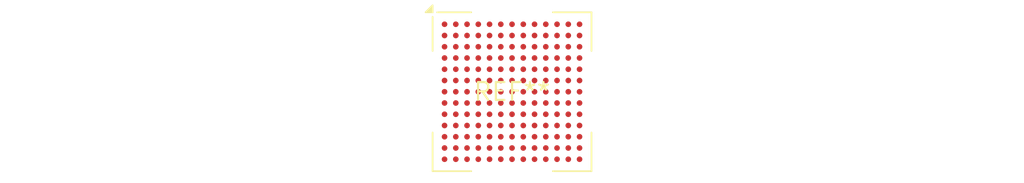
<source format=kicad_pcb>
(kicad_pcb (version 20240108) (generator pcbnew)
  (layers (0 "F.Cu" signal) (31 "B.Cu" signal) (34 "B.Paste" user) (35 "F.Paste" user) (36 "B.SilkS" user "B.Silkscreen") (37 "F.SilkS" user "F.Silkscreen") (38 "B.Mask" user) (39 "F.Mask" user) (44 "Edge.Cuts" user))
  (net 0 "")
  (footprint "BGA-169_11.0x11.0mm_Layout13x13_P0.8mm_Ball0.5mm_Pad0.4mm_NSMD" (layer "F.Cu") (at 0 0)
    (property "Reference" "REF**")
    (property "Value" "BGA-169_11.0x11.0mm_Layout13x13_P0.8mm_Ball0.5mm_Pad0.4mm_NSMD")
    (fp_line (start -5.65 -5.33) (end -5.65 -2.9) (layer "F.SilkS") (stroke (width 0.12)))
    (fp_line (start -5.65 5.65) (end -5.65 2.9) (layer "F.SilkS") (stroke (width 0.12)))
    (fp_line (start -2.9 -5.65) (end -5.33 -5.65) (layer "F.SilkS") (stroke (width 0.12)))
    (fp_line (start -2.9 5.65) (end -5.65 5.65) (layer "F.SilkS") (stroke (width 0.12)))
    (fp_line (start 2.9 -5.65) (end 5.65 -5.65) (layer "F.SilkS") (stroke (width 0.12)))
    (fp_line (start 2.9 5.65) (end 5.65 5.65) (layer "F.SilkS") (stroke (width 0.12)))
    (fp_line (start 5.65 -5.65) (end 5.65 -2.9) (layer "F.SilkS") (stroke (width 0.12)))
    (fp_line (start 5.65 5.65) (end 5.65 2.9) (layer "F.SilkS") (stroke (width 0.12)))
    (fp_poly (pts (xy -5.65 -5.65) (xy -6.15 -5.65) (xy -5.65 -6.15) (xy -5.65 -5.65)) (layer "F.SilkS") (stroke (width 0.12)) (fill solid))
    (pad "A1" smd circle (at -4.8 -4.8) (size 0.4 0.4) (property pad_prop_bga) (layers "F.Cu" "F.Paste" "F.Mask"))
    (pad "A2" smd circle (at -4 -4.8) (size 0.4 0.4) (property pad_prop_bga) (layers "F.Cu" "F.Paste" "F.Mask"))
    (pad "A3" smd circle (at -3.2 -4.8) (size 0.4 0.4) (property pad_prop_bga) (layers "F.Cu" "F.Paste" "F.Mask"))
    (pad "A4" smd circle (at -2.4 -4.8) (size 0.4 0.4) (property pad_prop_bga) (layers "F.Cu" "F.Paste" "F.Mask"))
    (pad "A5" smd circle (at -1.6 -4.8) (size 0.4 0.4) (property pad_prop_bga) (layers "F.Cu" "F.Paste" "F.Mask"))
    (pad "A6" smd circle (at -0.8 -4.8) (size 0.4 0.4) (property pad_prop_bga) (layers "F.Cu" "F.Paste" "F.Mask"))
    (pad "A7" smd circle (at 0 -4.8) (size 0.4 0.4) (property pad_prop_bga) (layers "F.Cu" "F.Paste" "F.Mask"))
    (pad "A8" smd circle (at 0.8 -4.8) (size 0.4 0.4) (property pad_prop_bga) (layers "F.Cu" "F.Paste" "F.Mask"))
    (pad "A9" smd circle (at 1.6 -4.8) (size 0.4 0.4) (property pad_prop_bga) (layers "F.Cu" "F.Paste" "F.Mask"))
    (pad "A10" smd circle (at 2.4 -4.8) (size 0.4 0.4) (property pad_prop_bga) (layers "F.Cu" "F.Paste" "F.Mask"))
    (pad "A11" smd circle (at 3.2 -4.8) (size 0.4 0.4) (property pad_prop_bga) (layers "F.Cu" "F.Paste" "F.Mask"))
    (pad "A12" smd circle (at 4 -4.8) (size 0.4 0.4) (property pad_prop_bga) (layers "F.Cu" "F.Paste" "F.Mask"))
    (pad "A13" smd circle (at 4.8 -4.8) (size 0.4 0.4) (property pad_prop_bga) (layers "F.Cu" "F.Paste" "F.Mask"))
    (pad "B1" smd circle (at -4.8 -4) (size 0.4 0.4) (property pad_prop_bga) (layers "F.Cu" "F.Paste" "F.Mask"))
    (pad "B2" smd circle (at -4 -4) (size 0.4 0.4) (property pad_prop_bga) (layers "F.Cu" "F.Paste" "F.Mask"))
    (pad "B3" smd circle (at -3.2 -4) (size 0.4 0.4) (property pad_prop_bga) (layers "F.Cu" "F.Paste" "F.Mask"))
    (pad "B4" smd circle (at -2.4 -4) (size 0.4 0.4) (property pad_prop_bga) (layers "F.Cu" "F.Paste" "F.Mask"))
    (pad "B5" smd circle (at -1.6 -4) (size 0.4 0.4) (property pad_prop_bga) (layers "F.Cu" "F.Paste" "F.Mask"))
    (pad "B6" smd circle (at -0.8 -4) (size 0.4 0.4) (property pad_prop_bga) (layers "F.Cu" "F.Paste" "F.Mask"))
    (pad "B7" smd circle (at 0 -4) (size 0.4 0.4) (property pad_prop_bga) (layers "F.Cu" "F.Paste" "F.Mask"))
    (pad "B8" smd circle (at 0.8 -4) (size 0.4 0.4) (property pad_prop_bga) (layers "F.Cu" "F.Paste" "F.Mask"))
    (pad "B9" smd circle (at 1.6 -4) (size 0.4 0.4) (property pad_prop_bga) (layers "F.Cu" "F.Paste" "F.Mask"))
    (pad "B10" smd circle (at 2.4 -4) (size 0.4 0.4) (property pad_prop_bga) (layers "F.Cu" "F.Paste" "F.Mask"))
    (pad "B11" smd circle (at 3.2 -4) (size 0.4 0.4) (property pad_prop_bga) (layers "F.Cu" "F.Paste" "F.Mask"))
    (pad "B12" smd circle (at 4 -4) (size 0.4 0.4) (property pad_prop_bga) (layers "F.Cu" "F.Paste" "F.Mask"))
    (pad "B13" smd circle (at 4.8 -4) (size 0.4 0.4) (property pad_prop_bga) (layers "F.Cu" "F.Paste" "F.Mask"))
    (pad "C1" smd circle (at -4.8 -3.2) (size 0.4 0.4) (property pad_prop_bga) (layers "F.Cu" "F.Paste" "F.Mask"))
    (pad "C2" smd circle (at -4 -3.2) (size 0.4 0.4) (property pad_prop_bga) (layers "F.Cu" "F.Paste" "F.Mask"))
    (pad "C3" smd circle (at -3.2 -3.2) (size 0.4 0.4) (property pad_prop_bga) (layers "F.Cu" "F.Paste" "F.Mask"))
    (pad "C4" smd circle (at -2.4 -3.2) (size 0.4 0.4) (property pad_prop_bga) (layers "F.Cu" "F.Paste" "F.Mask"))
    (pad "C5" smd circle (at -1.6 -3.2) (size 0.4 0.4) (property pad_prop_bga) (layers "F.Cu" "F.Paste" "F.Mask"))
    (pad "C6" smd circle (at -0.8 -3.2) (size 0.4 0.4) (property pad_prop_bga) (layers "F.Cu" "F.Paste" "F.Mask"))
    (pad "C7" smd circle (at 0 -3.2) (size 0.4 0.4) (property pad_prop_bga) (layers "F.Cu" "F.Paste" "F.Mask"))
    (pad "C8" smd circle (at 0.8 -3.2) (size 0.4 0.4) (property pad_prop_bga) (layers "F.Cu" "F.Paste" "F.Mask"))
    (pad "C9" smd circle (at 1.6 -3.2) (size 0.4 0.4) (property pad_prop_bga) (layers "F.Cu" "F.Paste" "F.Mask"))
    (pad "C10" smd circle (at 2.4 -3.2) (size 0.4 0.4) (property pad_prop_bga) (layers "F.Cu" "F.Paste" "F.Mask"))
    (pad "C11" smd circle (at 3.2 -3.2) (size 0.4 0.4) (property pad_prop_bga) (layers "F.Cu" "F.Paste" "F.Mask"))
    (pad "C12" smd circle (at 4 -3.2) (size 0.4 0.4) (property pad_prop_bga) (layers "F.Cu" "F.Paste" "F.Mask"))
    (pad "C13" smd circle (at 4.8 -3.2) (size 0.4 0.4) (property pad_prop_bga) (layers "F.Cu" "F.Paste" "F.Mask"))
    (pad "D1" smd circle (at -4.8 -2.4) (size 0.4 0.4) (property pad_prop_bga) (layers "F.Cu" "F.Paste" "F.Mask"))
    (pad "D2" smd circle (at -4 -2.4) (size 0.4 0.4) (property pad_prop_bga) (layers "F.Cu" "F.Paste" "F.Mask"))
    (pad "D3" smd circle (at -3.2 -2.4) (size 0.4 0.4) (property pad_prop_bga) (layers "F.Cu" "F.Paste" "F.Mask"))
    (pad "D4" smd circle (at -2.4 -2.4) (size 0.4 0.4) (property pad_prop_bga) (layers "F.Cu" "F.Paste" "F.Mask"))
    (pad "D5" smd circle (at -1.6 -2.4) (size 0.4 0.4) (property pad_prop_bga) (layers "F.Cu" "F.Paste" "F.Mask"))
    (pad "D6" smd circle (at -0.8 -2.4) (size 0.4 0.4) (property pad_prop_bga) (layers "F.Cu" "F.Paste" "F.Mask"))
    (pad "D7" smd circle (at 0 -2.4) (size 0.4 0.4) (property pad_prop_bga) (layers "F.Cu" "F.Paste" "F.Mask"))
    (pad "D8" smd circle (at 0.8 -2.4) (size 0.4 0.4) (property pad_prop_bga) (layers "F.Cu" "F.Paste" "F.Mask"))
    (pad "D9" smd circle (at 1.6 -2.4) (size 0.4 0.4) (property pad_prop_bga) (layers "F.Cu" "F.Paste" "F.Mask"))
    (pad "D10" smd circle (at 2.4 -2.4) (size 0.4 0.4) (property pad_prop_bga) (layers "F.Cu" "F.Paste" "F.Mask"))
    (pad "D11" smd circle (at 3.2 -2.4) (size 0.4 0.4) (property pad_prop_bga) (layers "F.Cu" "F.Paste" "F.Mask"))
    (pad "D12" smd circle (at 4 -2.4) (size 0.4 0.4) (property pad_prop_bga) (layers "F.Cu" "F.Paste" "F.Mask"))
    (pad "D13" smd circle (at 4.8 -2.4) (size 0.4 0.4) (property pad_prop_bga) (layers "F.Cu" "F.Paste" "F.Mask"))
    (pad "E1" smd circle (at -4.8 -1.6) (size 0.4 0.4) (property pad_prop_bga) (layers "F.Cu" "F.Paste" "F.Mask"))
    (pad "E2" smd circle (at -4 -1.6) (size 0.4 0.4) (property pad_prop_bga) (layers "F.Cu" "F.Paste" "F.Mask"))
    (pad "E3" smd circle (at -3.2 -1.6) (size 0.4 0.4) (property pad_prop_bga) (layers "F.Cu" "F.Paste" "F.Mask"))
    (pad "E4" smd circle (at -2.4 -1.6) (size 0.4 0.4) (property pad_prop_bga) (layers "F.Cu" "F.Paste" "F.Mask"))
    (pad "E5" smd circle (at -1.6 -1.6) (size 0.4 0.4) (property pad_prop_bga) (layers "F.Cu" "F.Paste" "F.Mask"))
    (pad "E6" smd circle (at -0.8 -1.6) (size 0.4 0.4) (property pad_prop_bga) (layers "F.Cu" "F.Paste" "F.Mask"))
    (pad "E7" smd circle (at 0 -1.6) (size 0.4 0.4) (property pad_prop_bga) (layers "F.Cu" "F.Paste" "F.Mask"))
    (pad "E8" smd circle (at 0.8 -1.6) (size 0.4 0.4) (property pad_prop_bga) (layers "F.Cu" "F.Paste" "F.Mask"))
    (pad "E9" smd circle (at 1.6 -1.6) (size 0.4 0.4) (property pad_prop_bga) (layers "F.Cu" "F.Paste" "F.Mask"))
    (pad "E10" smd circle (at 2.4 -1.6) (size 0.4 0.4) (property pad_prop_bga) (layers "F.Cu" "F.Paste" "F.Mask"))
    (pad "E11" smd circle (at 3.2 -1.6) (size 0.4 0.4) (property pad_prop_bga) (layers "F.Cu" "F.Paste" "F.Mask"))
    (pad "E12" smd circle (at 4 -1.6) (size 0.4 0.4) (property pad_prop_bga) (layers "F.Cu" "F.Paste" "F.Mask"))
    (pad "E13" smd circle (at 4.8 -1.6) (size 0.4 0.4) (property pad_prop_bga) (layers "F.Cu" "F.Paste" "F.Mask"))
    (pad "F1" smd circle (at -4.8 -0.8) (size 0.4 0.4) (property pad_prop_bga) (layers "F.Cu" "F.Paste" "F.Mask"))
    (pad "F2" smd circle (at -4 -0.8) (size 0.4 0.4) (property pad_prop_bga) (layers "F.Cu" "F.Paste" "F.Mask"))
    (pad "F3" smd circle (at -3.2 -0.8) (size 0.4 0.4) (property pad_prop_bga) (layers "F.Cu" "F.Paste" "F.Mask"))
    (pad "F4" smd circle (at -2.4 -0.8) (size 0.4 0.4) (property pad_prop_bga) (layers "F.Cu" "F.Paste" "F.Mask"))
    (pad "F5" smd circle (at -1.6 -0.8) (size 0.4 0.4) (property pad_prop_bga) (layers "F.Cu" "F.Paste" "F.Mask"))
    (pad "F6" smd circle (at -0.8 -0.8) (size 0.4 0.4) (property pad_prop_bga) (layers "F.Cu" "F.Paste" "F.Mask"))
    (pad "F7" smd circle (at 0 -0.8) (size 0.4 0.4) (property pad_prop_bga) (layers "F.Cu" "F.Paste" "F.Mask"))
    (pad "F8" smd circle (at 0.8 -0.8) (size 0.4 0.4) (property pad_prop_bga) (layers "F.Cu" "F.Paste" "F.Mask"))
    (pad "F9" smd circle (at 1.6 -0.8) (size 0.4 0.4) (property pad_prop_bga) (layers "F.Cu" "F.Paste" "F.Mask"))
    (pad "F10" smd circle (at 2.4 -0.8) (size 0.4 0.4) (property pad_prop_bga) (layers "F.Cu" "F.Paste" "F.Mask"))
    (pad "F11" smd circle (at 3.2 -0.8) (size 0.4 0.4) (property pad_prop_bga) (layers "F.Cu" "F.Paste" "F.Mask"))
    (pad "F12" smd circle (at 4 -0.8) (size 0.4 0.4) (property pad_prop_bga) (layers "F.Cu" "F.Paste" "F.Mask"))
    (pad "F13" smd circle (at 4.8 -0.8) (size 0.4 0.4) (property pad_prop_bga) (layers "F.Cu" "F.Paste" "F.Mask"))
    (pad "G1" smd circle (at -4.8 0) (size 0.4 0.4) (property pad_prop_bga) (layers "F.Cu" "F.Paste" "F.Mask"))
    (pad "G2" smd circle (at -4 0) (size 0.4 0.4) (property pad_prop_bga) (layers "F.Cu" "F.Paste" "F.Mask"))
    (pad "G3" smd circle (at -3.2 0) (size 0.4 0.4) (property pad_prop_bga) (layers "F.Cu" "F.Paste" "F.Mask"))
    (pad "G4" smd circle (at -2.4 0) (size 0.4 0.4) (property pad_prop_bga) (layers "F.Cu" "F.Paste" "F.Mask"))
    (pad "G5" smd circle (at -1.6 0) (size 0.4 0.4) (property pad_prop_bga) (layers "F.Cu" "F.Paste" "F.Mask"))
    (pad "G6" smd circle (at -0.8 0) (size 0.4 0.4) (property pad_prop_bga) (layers "F.Cu" "F.Paste" "F.Mask"))
    (pad "G7" smd circle (at 0 0) (size 0.4 0.4) (property pad_prop_bga) (layers "F.Cu" "F.Paste" "F.Mask"))
    (pad "G8" smd circle (at 0.8 0) (size 0.4 0.4) (property pad_prop_bga) (layers "F.Cu" "F.Paste" "F.Mask"))
    (pad "G9" smd circle (at 1.6 0) (size 0.4 0.4) (property pad_prop_bga) (layers "F.Cu" "F.Paste" "F.Mask"))
    (pad "G10" smd circle (at 2.4 0) (size 0.4 0.4) (property pad_prop_bga) (layers "F.Cu" "F.Paste" "F.Mask"))
    (pad "G11" smd circle (at 3.2 0) (size 0.4 0.4) (property pad_prop_bga) (layers "F.Cu" "F.Paste" "F.Mask"))
    (pad "G12" smd circle (at 4 0) (size 0.4 0.4) (property pad_prop_bga) (layers "F.Cu" "F.Paste" "F.Mask"))
    (pad "G13" smd circle (at 4.8 0) (size 0.4 0.4) (property pad_prop_bga) (layers "F.Cu" "F.Paste" "F.Mask"))
    (pad "H1" smd circle (at -4.8 0.8) (size 0.4 0.4) (property pad_prop_bga) (layers "F.Cu" "F.Paste" "F.Mask"))
    (pad "H2" smd circle (at -4 0.8) (size 0.4 0.4) (property pad_prop_bga) (layers "F.Cu" "F.Paste" "F.Mask"))
    (pad "H3" smd circle (at -3.2 0.8) (size 0.4 0.4) (property pad_prop_bga) (layers "F.Cu" "F.Paste" "F.Mask"))
    (pad "H4" smd circle (at -2.4 0.8) (size 0.4 0.4) (property pad_prop_bga) (layers "F.Cu" "F.Paste" "F.Mask"))
    (pad "H5" smd circle (at -1.6 0.8) (size 0.4 0.4) (property pad_prop_bga) (layers "F.Cu" "F.Paste" "F.Mask"))
    (pad "H6" smd circle (at -0.8 0.8) (size 0.4 0.4) (property pad_prop_bga) (layers "F.Cu" "F.Paste" "F.Mask"))
    (pad "H7" smd circle (at 0 0.8) (size 0.4 0.4) (property pad_prop_bga) (layers "F.Cu" "F.Paste" "F.Mask"))
    (pad "H8" smd circle (at 0.8 0.8) (size 0.4 0.4) (property pad_prop_bga) (layers "F.Cu" "F.Paste" "F.Mask"))
    (pad "H9" smd circle (at 1.6 0.8) (size 0.4 0.4) (property pad_prop_bga) (layers "F.Cu" "F.Paste" "F.Mask"))
    (pad "H10" smd circle (at 2.4 0.8) (size 0.4 0.4) (property pad_prop_bga) (layers "F.Cu" "F.Paste" "F.Mask"))
    (pad "H11" smd circle (at 3.2 0.8) (size 0.4 0.4) (property pad_prop_bga) (layers "F.Cu" "F.Paste" "F.Mask"))
    (pad "H12" smd circle (at 4 0.8) (size 0.4 0.4) (property pad_prop_bga) (layers "F.Cu" "F.Paste" "F.Mask"))
    (pad "H13" smd circle (at 4.8 0.8) (size 0.4 0.4) (property pad_prop_bga) (layers "F.Cu" "F.Paste" "F.Mask"))
    (pad "J1" smd circle (at -4.8 1.6) (size 0.4 0.4) (property pad_prop_bga) (layers "F.Cu" "F.Paste" "F.Mask"))
    (pad "J2" smd circle (at -4 1.6) (size 0.4 0.4) (property pad_prop_bga) (layers "F.Cu" "F.Paste" "F.Mask"))
    (pad "J3" smd circle (at -3.2 1.6) (size 0.4 0.4) (property pad_prop_bga) (layers "F.Cu" "F.Paste" "F.Mask"))
    (pad "J4" smd circle (at -2.4 1.6) (size 0.4 0.4) (property pad_prop_bga) (layers "F.Cu" "F.Paste" "F.Mask"))
    (pad "J5" smd circle (at -1.6 1.6) (size 0.4 0.4) (property pad_prop_bga) (layers "F.Cu" "F.Paste" "F.Mask"))
    (pad "J6" smd circle (at -0.8 1.6) (size 0.4 0.4) (property pad_prop_bga) (layers "F.Cu" "F.Paste" "F.Mask"))
    (pad "J7" smd circle (at 0 1.6) (size 0.4 0.4) (property pad_prop_bga) (layers "F.Cu" "F.Paste" "F.Mask"))
    (pad "J8" smd circle (at 0.8 1.6) (size 0.4 0.4) (property pad_prop_bga) (layers "F.Cu" "F.Paste" "F.Mask"))
    (pad "J9" smd circle (at 1.6 1.6) (size 0.4 0.4) (property pad_prop_bga) (layers "F.Cu" "F.Paste" "F.Mask"))
    (pad "J10" smd circle (at 2.4 1.6) (size 0.4 0.4) (property pad_prop_bga) (layers "F.Cu" "F.Paste" "F.Mask"))
    (pad "J11" smd circle (at 3.2 1.6) (size 0.4 0.4) (property pad_prop_bga) (layers "F.Cu" "F.Paste" "F.Mask"))
    (pad "J12" smd circle (at 4 1.6) (size 0.4 0.4) (property pad_prop_bga) (layers "F.Cu" "F.Paste" "F.Mask"))
    (pad "J13" smd circle (at 4.8 1.6) (size 0.4 0.4) (property pad_prop_bga) (layers "F.Cu" "F.Paste" "F.Mask"))
    (pad "K1" smd circle (at -4.8 2.4) (size 0.4 0.4) (property pad_prop_bga) (layers "F.Cu" "F.Paste" "F.Mask"))
    (pad "K2" smd circle (at -4 2.4) (size 0.4 0.4) (property pad_prop_bga) (layers "F.Cu" "F.Paste" "F.Mask"))
    (pad "K3" smd circle (at -3.2 2.4) (size 0.4 0.4) (property pad_prop_bga) (layers "F.Cu" "F.Paste" "F.Mask"))
    (pad "K4" smd circle (at -2.4 2.4) (size 0.4 0.4) (property pad_prop_bga) (layers "F.Cu" "F.Paste" "F.Mask"))
    (pad "K5" smd circle (at -1.6 2.4) (size 0.4 0.4) (property pad_prop_bga) (layers "F.Cu" "F.Paste" "F.Mask"))
    (pad "K6" smd circle (at -0.8 2.4) (size 0.4 0.4) (property pad_prop_bga) (layers "F.Cu" "F.Paste" "F.Mask"))
    (pad "K7" smd circle (at 0 2.4) (size 0.4 0.4) (property pad_prop_bga) (layers "F.Cu" "F.Paste" "F.Mask"))
    (pad "K8" smd circle (at 0.8 2.4) (size 0.4 0.4) (property pad_prop_bga) (layers "F.Cu" "F.Paste" "F.Mask"))
    (pad "K9" smd circle (at 1.6 2.4) (size 0.4 0.4) (property pad_prop_bga) (layers "F.Cu" "F.Paste" "F.Mask"))
    (pad "K10" smd circle (at 2.4 2.4) (size 0.4 0.4) (property pad_prop_bga) (layers "F.Cu" "F.Paste" "F.Mask"))
    (pad "K11" smd circle (at 3.2 2.4) (size 0.4 0.4) (property pad_prop_bga) (layers "F.Cu" "F.Paste" "F.Mask"))
    (pad "K12" smd circle (at 4 2.4) (size 0.4 0.4) (property pad_prop_bga) (layers "F.Cu" "F.Paste" "F.Mask"))
    (pad "K13" smd circle (at 4.8 2.4) (size 0.4 0.4) (property pad_prop_bga) (layers "F.Cu" "F.Paste" "F.Mask"))
    (pad "L1" smd circle (at -4.8 3.2) (size 0.4 0.4) (property pad_prop_bga) (layers "F.Cu" "F.Paste" "F.Mask"))
    (pad "L2" smd circle (at -4 3.2) (size 0.4 0.4) (property pad_prop_bga) (layers "F.Cu" "F.Paste" "F.Mask"))
    (pad "L3" smd circle (at -3.2 3.2) (size 0.4 0.4) (property pad_prop_bga) (layers "F.Cu" "F.Paste" "F.Mask"))
    (pad "L4" smd circle (at -2.4 3.2) (size 0.4 0.4) (property pad_prop_bga) (layers "F.Cu" "F.Paste" "F.Mask"))
    (pad "L5" smd circle (at -1.6 3.2) (size 0.4 0.4) (property pad_prop_bga) (layers "F.Cu" "F.Paste" "F.Mask"))
    (pad "L6" smd circle (at -0.8 3.2) (size 0.4 0.4) (property pad_prop_bga) (layers "F.Cu" "F.Paste" "F.Mask"))
    (pad "L7" smd circle (at 0 3.2) (size 0.4 0.4) (property pad_prop_bga) (layers "F.Cu" "F.Paste" "F.Mask"))
    (pad "L8" smd circle (at 0.8 3.2) (size 0.4 0.4) (property pad_prop_bga) (layers "F.Cu" "F.Paste" "F.Mask"))
    (pad "L9" smd circle (at 1.6 3.2) (size 0.4 0.4) (property pad_prop_bga) (layers "F.Cu" "F.Paste" "F.Mask"))
    (pad "L10" smd circle (at 2.4 3.2) (size 0.4 0.4) (property pad_prop_bga) (layers "F.Cu" "F.Paste" "F.Mask"))
    (pad "L11" smd circle (at 3.2 3.2) (size 0.4 0.4) (property pad_prop_bga) (layers "F.Cu" "F.Paste" "F.Mask"))
    (pad "L12" smd circle (at 4 3.2) (size 0.4 0.4) (property pad_prop_bga) (layers "F.Cu" "F.Paste" "F.Mask"))
    (pad "L13" smd circle (at 4.8 3.2) (size 0.4 0.4) (property pad_prop_bga) (layers "F.Cu" "F.Paste" "F.Mask"))
    (pad "M1" smd circle (at -4.8 4) (size 0.4 0.4) (property pad_prop_bga) (layers "F.Cu" "F.Paste" "F.Mask"))
    (pad "M2" smd circle (at -4 4) (size 0.4 0.4) (property pad_prop_bga) (layers "F.Cu" "F.Paste" "F.Mask"))
    (pad "M3" smd circle (at -3.2 4) (size 0.4 0.4) (property pad_prop_bga) (layers "F.Cu" "F.Paste" "F.Mask"))
    (pad "M4" smd circle (at -2.4 4) (size 0.4 0.4) (property pad_prop_bga) (layers "F.Cu" "F.Paste" "F.Mask"))
    (pad "M5" smd circle (at -1.6 4) (size 0.4 0.4) (property pad_prop_bga) (layers "F.Cu" "F.Paste" "F.Mask"))
    (pad "M6" smd circle (at -0.8 4) (size 0.4 0.4) (property pad_prop_bga) (layers "F.Cu" "F.Paste" "F.Mask"))
    (pad "M7" smd circle (at 0 4) (size 0.4 0.4) (property pad_prop_bga) (layers "F.Cu" "F.Paste" "F.Mask"))
    (pad "M8" smd circle (at 0.8 4) (size 0.4 0.4) (property pad_prop_bga) (layers "F.Cu" "F.Paste" "F.Mask"))
    (pad "M9" smd circle (at 1.6 4) (size 0.4 0.4) (property pad_prop_bga) (layers "F.Cu" "F.Paste" "F.Mask"))
    (pad "M10" smd circle (at 2.4 4) (size 0.4 0.4) (property pad_prop_bga) (layers "F.Cu" "F.Paste" "F.Mask"))
    (pad "M11" smd circle (at 3.2 4) (size 0.4 0.4) (property pad_prop_bga) (layers "F.Cu" "F.Paste" "F.Mask"))
    (pad "M12" smd circle (at 4 4) (size 0.4 0.4) (property pad_prop_bga) (layers "F.Cu" "F.Paste" "F.Mask"))
    (pad "M13" smd circle (at 4.8 4) (size 0.4 0.4) (property pad_prop_bga) (layers "F.Cu" "F.Paste" "F.Mask"))
    (pad "N1" smd circle (at -4.8 4.8) (size 0.4 0.4) (property pad_prop_bga) (layers "F.Cu" "F.Paste" "F.Mask"))
    (pad "N2" smd circle (at -4 4.8) (size 0.4 0.4) (property pad_prop_bga) (layers "F.Cu" "F.Paste" "F.Mask"))
    (pad "N3" smd circle (at -3.2 4.8) (size 0.4 0.4) (property pad_prop_bga) (layers "F.Cu" "F.Paste" "F.Mask"))
    (pad "N4" smd circle (at -2.4 4.8) (size 0.4 0.4) (property pad_prop_bga) (layers "F.Cu" "F.Paste" "F.Mask"))
    (pad "N5" smd circle (at -1.6 4.8) (size 0.4 0.4) (property pad_prop_bga) (layers "F.Cu" "F.Paste" "F.Mask"))
    (pad "N6" smd circle (at -0.8 4.8) (size 0.4 0.4) (property pad_prop_bga) (layers "F.Cu" "F.Paste" "F.Mask"))
    (pad "N7" smd circle (at 0 4.8) (size 0.4 0.4) (property pad_prop_bga) (layers "F.Cu" "F.Paste" "F.Mask"))
    (pad "N8" smd circle (at 0.8 4.8) (size 0.4 0.4) (property pad_prop_bga) (layers "F.Cu" "F.Paste" "F.Mask"))
    (pad "N9" smd circle (at 1.6 4.8) (size 0.4 0.4) (property pad_prop_bga) (layers "F.Cu" "F.Paste" "F.Mask"))
    (pad "N10" smd circle (at 2.4 4.8) (size 0.4 0.4) (property pad_prop_bga) (layers "F.Cu" "F.Paste" "F.Mask"))
    (pad "N11" smd circle (at 3.2 4.8) (size 0.4 0.4) (property pad_prop_bga) (layers "F.Cu" "F.Paste" "F.Mask"))
    (pad "N12" smd circle (at 4 4.8) (size 0.4 0.4) (property pad_prop_bga) (layers "F.Cu" "F.Paste" "F.Mask"))
    (pad "N13" smd circle (at 4.8 4.8) (size 0.4 0.4) (property pad_prop_bga) (layers "F.Cu" "F.Paste" "F.Mask"))
  )
)
</source>
